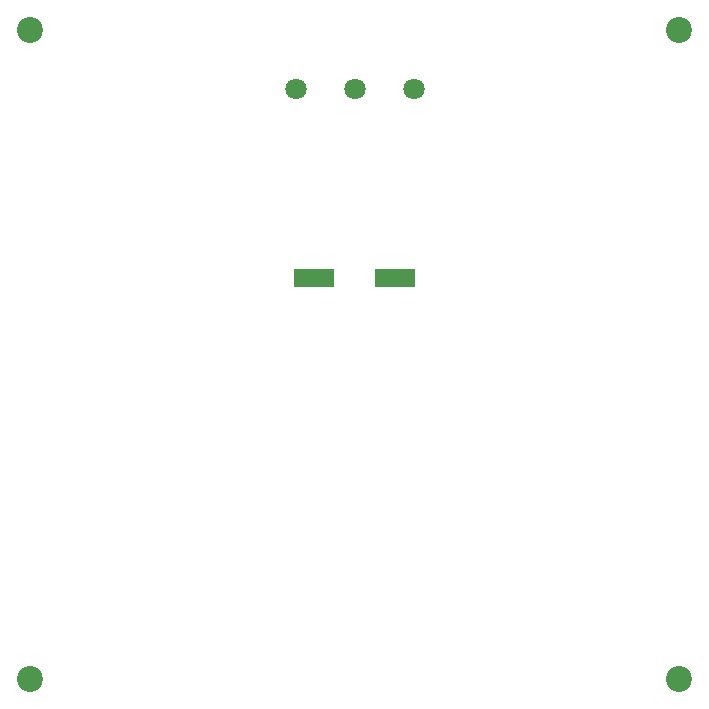
<source format=gbr>
%TF.GenerationSoftware,KiCad,Pcbnew,8.0.7*%
%TF.CreationDate,2025-02-24T23:51:06-05:00*%
%TF.ProjectId,pcb2,70636232-2e6b-4696-9361-645f70636258,rev?*%
%TF.SameCoordinates,Original*%
%TF.FileFunction,Soldermask,Bot*%
%TF.FilePolarity,Negative*%
%FSLAX46Y46*%
G04 Gerber Fmt 4.6, Leading zero omitted, Abs format (unit mm)*
G04 Created by KiCad (PCBNEW 8.0.7) date 2025-02-24 23:51:06*
%MOMM*%
%LPD*%
G01*
G04 APERTURE LIST*
%ADD10C,2.200000*%
%ADD11R,3.505200X1.498600*%
%ADD12C,1.803400*%
G04 APERTURE END LIST*
D10*
%TO.C,REF\u002A\u002A*%
X125000000Y-73500000D03*
%TD*%
%TO.C,REF\u002A\u002A*%
X180000000Y-73500000D03*
%TD*%
%TO.C,REF\u002A\u002A*%
X125000000Y-128500000D03*
%TD*%
%TO.C,REF\u002A\u002A*%
X180000000Y-128500000D03*
%TD*%
D11*
%TO.C,C10*%
X149096400Y-94500000D03*
X155903600Y-94500000D03*
%TD*%
D12*
%TO.C,J1*%
X147500000Y-78500000D03*
X152500000Y-78500000D03*
X157500000Y-78500000D03*
%TD*%
M02*

</source>
